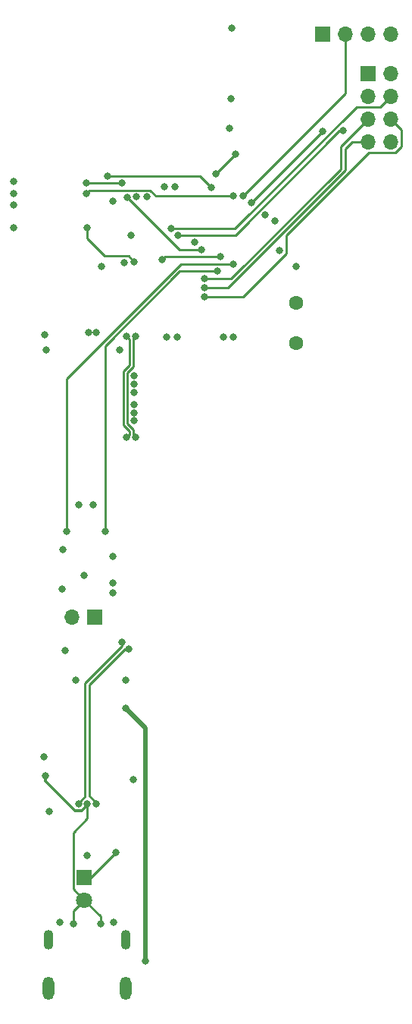
<source format=gbr>
%TF.GenerationSoftware,KiCad,Pcbnew,(5.1.7)-1*%
%TF.CreationDate,2020-11-25T00:45:14-08:00*%
%TF.ProjectId,eskate_remote,65736b61-7465-45f7-9265-6d6f74652e6b,rev?*%
%TF.SameCoordinates,Original*%
%TF.FileFunction,Copper,L4,Bot*%
%TF.FilePolarity,Positive*%
%FSLAX46Y46*%
G04 Gerber Fmt 4.6, Leading zero omitted, Abs format (unit mm)*
G04 Created by KiCad (PCBNEW (5.1.7)-1) date 2020-11-25 00:45:14*
%MOMM*%
%LPD*%
G01*
G04 APERTURE LIST*
%TA.AperFunction,ComponentPad*%
%ADD10O,1.300000X2.600000*%
%TD*%
%TA.AperFunction,ComponentPad*%
%ADD11O,1.100000X2.200000*%
%TD*%
%TA.AperFunction,ComponentPad*%
%ADD12C,1.600000*%
%TD*%
%TA.AperFunction,ComponentPad*%
%ADD13O,1.700000X1.700000*%
%TD*%
%TA.AperFunction,ComponentPad*%
%ADD14R,1.700000X1.700000*%
%TD*%
%TA.AperFunction,ComponentPad*%
%ADD15C,1.800000*%
%TD*%
%TA.AperFunction,ComponentPad*%
%ADD16R,1.800000X1.800000*%
%TD*%
%TA.AperFunction,ViaPad*%
%ADD17C,0.800000*%
%TD*%
%TA.AperFunction,Conductor*%
%ADD18C,0.250000*%
%TD*%
%TA.AperFunction,Conductor*%
%ADD19C,0.500000*%
%TD*%
%TA.AperFunction,Conductor*%
%ADD20C,0.350000*%
%TD*%
%TA.AperFunction,Conductor*%
%ADD21C,0.261112*%
%TD*%
G04 APERTURE END LIST*
D10*
%TO.P,J1,S4*%
%TO.N,N/C*%
X109920000Y-148000000D03*
%TO.P,J1,S3*%
X101280000Y-148000000D03*
D11*
%TO.P,J1,S2*%
X109920000Y-142640000D03*
%TO.P,J1,S1*%
%TO.N,Net-(J1-PadS1)*%
X101280000Y-142640000D03*
%TD*%
D12*
%TO.P,SW2,2*%
%TO.N,BTN_POWER_SELECT*%
X128950000Y-71564000D03*
%TO.P,SW2,1*%
%TO.N,GND*%
X128950000Y-76064000D03*
%TD*%
D13*
%TO.P,J5,2*%
%TO.N,Motor+*%
X103910000Y-106600000D03*
D14*
%TO.P,J5,1*%
%TO.N,Motor-*%
X106450000Y-106600000D03*
%TD*%
D13*
%TO.P,J4,4*%
%TO.N,+3V3*%
X139570000Y-41650000D03*
%TO.P,J4,3*%
%TO.N,GND*%
X137030000Y-41650000D03*
%TO.P,J4,2*%
%TO.N,DISPLAY_SCL*%
X134490000Y-41650000D03*
D14*
%TO.P,J4,1*%
%TO.N,DISPLAY_SDA*%
X131950000Y-41650000D03*
%TD*%
D13*
%TO.P,J3,8*%
%TO.N,Net-(J3-Pad8)*%
X139540000Y-53620000D03*
%TO.P,J3,7*%
%TO.N,NRF_MISO*%
X137000000Y-53620000D03*
%TO.P,J3,6*%
%TO.N,NRF_MOSI*%
X139540000Y-51080000D03*
%TO.P,J3,5*%
%TO.N,NRF_SCK*%
X137000000Y-51080000D03*
%TO.P,J3,4*%
%TO.N,NRF_CSN*%
X139540000Y-48540000D03*
%TO.P,J3,3*%
%TO.N,NRF_CE*%
X137000000Y-48540000D03*
%TO.P,J3,2*%
%TO.N,+3V3*%
X139540000Y-46000000D03*
D14*
%TO.P,J3,1*%
%TO.N,GND*%
X137000000Y-46000000D03*
%TD*%
D15*
%TO.P,D2,2*%
%TO.N,+5V*%
X105300000Y-138190000D03*
D16*
%TO.P,D2,1*%
%TO.N,Net-(D2-Pad1)*%
X105300000Y-135650000D03*
%TD*%
D17*
%TO.N,GND*%
X110500000Y-64050000D03*
%TO.N,-BATT*%
X109900000Y-113700000D03*
%TO.N,+3V3*%
X126600000Y-62400000D03*
X125500000Y-61800000D03*
%TO.N,GND*%
X105600000Y-133200000D03*
%TO.N,+5V*%
X105650000Y-127450000D03*
X104100000Y-140850000D03*
X107100000Y-140850000D03*
%TO.N,+3V3*%
X107200000Y-67550000D03*
%TO.N,GND*%
X109800000Y-67100000D03*
X102600000Y-140650000D03*
X108600000Y-140650000D03*
X105250000Y-101950000D03*
X105800000Y-74900000D03*
X106650000Y-74900000D03*
%TO.N,+3V3*%
X110850000Y-81550000D03*
X110850000Y-80650000D03*
X110850000Y-79750000D03*
X102800000Y-103500000D03*
X100900000Y-75100000D03*
X109250000Y-76850000D03*
X104700000Y-94100000D03*
X106250000Y-94100000D03*
X102900000Y-99100000D03*
X108500000Y-103950000D03*
X112300000Y-59750000D03*
X114250000Y-58600000D03*
X128950000Y-67520000D03*
X115700000Y-75410000D03*
X121990000Y-75390000D03*
X97400000Y-58070000D03*
X121710000Y-48770000D03*
%TO.N,GND*%
X110900000Y-82950000D03*
X110900000Y-83850000D03*
X110900000Y-84750000D03*
X101050000Y-76850000D03*
X108500000Y-99850000D03*
X108500000Y-102800000D03*
X103150000Y-110350000D03*
X104300000Y-113650000D03*
X101350000Y-128300000D03*
X110750000Y-124750000D03*
X100800000Y-122200000D03*
X108450000Y-60250000D03*
X111150000Y-59750000D03*
X115400000Y-58600000D03*
X127150000Y-65750000D03*
X121500000Y-52100000D03*
X114540000Y-75400000D03*
X120840000Y-75410000D03*
X97370000Y-63170000D03*
X97400000Y-60650000D03*
X97400000Y-59360000D03*
X121740000Y-40940000D03*
X117660000Y-64840000D03*
%TO.N,BTN_POWER_SELECT*%
X114000000Y-66750000D03*
X120550000Y-66400000D03*
%TO.N,-BATT*%
X109900000Y-116800000D03*
X112100000Y-144950000D03*
%TO.N,+5V*%
X100950000Y-124300000D03*
%TO.N,NRST*%
X110860000Y-67000000D03*
X105610000Y-63180000D03*
%TO.N,Net-(D2-Pad1)*%
X108850000Y-132850000D03*
%TO.N,SWDIO*%
X118413329Y-65673325D03*
X110130000Y-59840000D03*
X109470000Y-58200000D03*
X105550000Y-58190000D03*
%TO.N,SWCLK*%
X121960000Y-59660000D03*
X105540000Y-59380000D03*
%TO.N,SWO*%
X119497653Y-58707653D03*
X107920000Y-57470000D03*
%TO.N,NRF_CE*%
X115732795Y-64025000D03*
X134250000Y-52390000D03*
%TO.N,NRF_CSN*%
X115000000Y-63300000D03*
%TO.N,NRF_SCK*%
X118750000Y-68899994D03*
%TO.N,NRF_MOSI*%
X118750000Y-70900000D03*
%TO.N,NRF_MISO*%
X118750000Y-69899997D03*
%TO.N,DISPLAY_SDA*%
X124000000Y-60370000D03*
X131940000Y-52420000D03*
%TO.N,DISPLAY_SCL*%
X123050000Y-59630000D03*
%TO.N,Net-(R1-Pad1)*%
X120010000Y-57170000D03*
X122170000Y-55000000D03*
%TO.N,USB_D+*%
X104650000Y-127450000D03*
X109545315Y-109445315D03*
X110048400Y-86600000D03*
X110048400Y-75350000D03*
%TO.N,HAPTIC_SDA*%
X103350000Y-97100000D03*
X121950000Y-67250000D03*
%TO.N,HAPTIC_SCL*%
X107600000Y-97100000D03*
X120150000Y-68050000D03*
%TO.N,USB_D-*%
X106650000Y-127450000D03*
X111051600Y-86600000D03*
X111051600Y-75350000D03*
X110254685Y-110154685D03*
%TD*%
D18*
%TO.N,BTN_POWER_SELECT*%
X114350000Y-66400000D02*
X114000000Y-66750000D01*
X120550000Y-66400000D02*
X114350000Y-66400000D01*
D19*
%TO.N,-BATT*%
X112100000Y-119000000D02*
X112100000Y-144950000D01*
X109900000Y-116800000D02*
X112100000Y-119000000D01*
D18*
%TO.N,+5V*%
X104100000Y-139390000D02*
X105300000Y-138190000D01*
X104100000Y-140850000D02*
X104100000Y-139390000D01*
X107100000Y-139990000D02*
X105300000Y-138190000D01*
X107100000Y-140850000D02*
X107100000Y-139990000D01*
X104074999Y-136964999D02*
X104074999Y-130675001D01*
X105300000Y-138190000D02*
X104074999Y-136964999D01*
X105650000Y-129100000D02*
X105650000Y-127450000D01*
X104074999Y-130675001D02*
X105650000Y-129100000D01*
D20*
X105650000Y-127597002D02*
X105650000Y-127450000D01*
X105022001Y-128225001D02*
X105650000Y-127597002D01*
X104277999Y-128225001D02*
X105022001Y-128225001D01*
X100950000Y-124897002D02*
X104277999Y-128225001D01*
X100950000Y-124300000D02*
X100950000Y-124897002D01*
D18*
%TO.N,NRST*%
X110234999Y-66374999D02*
X107564999Y-66374999D01*
X110860000Y-67000000D02*
X110234999Y-66374999D01*
X105610000Y-64420000D02*
X105610000Y-63180000D01*
X107564999Y-66374999D02*
X105610000Y-64420000D01*
%TO.N,Net-(D2-Pad1)*%
X106050000Y-135650000D02*
X108850000Y-132850000D01*
X105300000Y-135650000D02*
X106050000Y-135650000D01*
%TO.N,SWDIO*%
X115963325Y-65673325D02*
X110130000Y-59840000D01*
X118413329Y-65673325D02*
X115963325Y-65673325D01*
X105560000Y-58200000D02*
X105550000Y-58190000D01*
X109470000Y-58200000D02*
X105560000Y-58200000D01*
%TO.N,SWCLK*%
X105895001Y-59024999D02*
X105540000Y-59380000D01*
X112648001Y-59024999D02*
X105895001Y-59024999D01*
X113283002Y-59660000D02*
X112648001Y-59024999D01*
X121960000Y-59660000D02*
X113283002Y-59660000D01*
%TO.N,SWO*%
X118260000Y-57470000D02*
X107920000Y-57470000D01*
X119497653Y-58707653D02*
X118260000Y-57470000D01*
%TO.N,NRF_CE*%
X122201998Y-64025000D02*
X133836998Y-52390000D01*
X133836998Y-52390000D02*
X134250000Y-52390000D01*
X115732795Y-64025000D02*
X122201998Y-64025000D01*
%TO.N,NRF_CSN*%
X138364999Y-49715001D02*
X139540000Y-48540000D01*
X135728001Y-49715001D02*
X138364999Y-49715001D01*
X122143002Y-63300000D02*
X135728001Y-49715001D01*
X115000000Y-63300000D02*
X122143002Y-63300000D01*
%TO.N,NRF_SCK*%
X121723008Y-68899994D02*
X133950000Y-56673002D01*
X118750000Y-68899994D02*
X121723008Y-68899994D01*
X133950000Y-54130000D02*
X137000000Y-51080000D01*
X133950000Y-56673002D02*
X133950000Y-54130000D01*
%TO.N,NRF_MOSI*%
X140715001Y-52255001D02*
X139540000Y-51080000D01*
X140104001Y-54795001D02*
X140715001Y-54184001D01*
X127875001Y-64020821D02*
X137100821Y-54795001D01*
X127875001Y-66098001D02*
X127875001Y-64020821D01*
X140715001Y-54184001D02*
X140715001Y-52255001D01*
X137100821Y-54795001D02*
X140104001Y-54795001D01*
X123073002Y-70900000D02*
X127875001Y-66098001D01*
X118750000Y-70900000D02*
X123073002Y-70900000D01*
%TO.N,NRF_MISO*%
X121359415Y-69899997D02*
X134450000Y-56809412D01*
X118750000Y-69899997D02*
X121359415Y-69899997D01*
X134450000Y-56809412D02*
X134450000Y-54400000D01*
X135230000Y-53620000D02*
X137000000Y-53620000D01*
X134450000Y-54400000D02*
X135230000Y-53620000D01*
%TO.N,DISPLAY_SDA*%
X131940000Y-52430000D02*
X131940000Y-52420000D01*
X124000000Y-60370000D02*
X131940000Y-52430000D01*
%TO.N,DISPLAY_SCL*%
X123050000Y-59630000D02*
X134500000Y-48180000D01*
X134500000Y-41660000D02*
X134490000Y-41650000D01*
X134500000Y-48180000D02*
X134500000Y-41660000D01*
%TO.N,Net-(R1-Pad1)*%
X122170000Y-55010000D02*
X122170000Y-55000000D01*
X120010000Y-57170000D02*
X122170000Y-55010000D01*
D21*
%TO.N,USB_D+*%
X109655140Y-79207012D02*
X110317844Y-78544308D01*
X110048400Y-86600000D02*
X110317844Y-86330556D01*
X109655140Y-85242988D02*
X109655140Y-79207012D01*
X110317844Y-75619444D02*
X110048400Y-75350000D01*
X110317844Y-86330556D02*
X110317844Y-85905692D01*
X110317844Y-85905692D02*
X109655140Y-85242988D01*
X110317844Y-78544308D02*
X110317844Y-75619444D01*
X109520947Y-109850734D02*
X109520947Y-109802490D01*
X109520947Y-109802490D02*
X109545315Y-109778122D01*
X105367844Y-126650931D02*
X105367844Y-114003837D01*
X104919443Y-127180557D02*
X104919443Y-127099332D01*
X104650000Y-127450000D02*
X104919443Y-127180557D01*
X105367844Y-114003837D02*
X109520947Y-109850734D01*
X104919443Y-127099332D02*
X105367844Y-126650931D01*
X109545315Y-109778122D02*
X109545315Y-109445315D01*
D18*
%TO.N,HAPTIC_SDA*%
X116113590Y-67250000D02*
X121950000Y-67250000D01*
X103350000Y-80013590D02*
X116113590Y-67250000D01*
X103350000Y-97100000D02*
X103350000Y-80013590D01*
%TO.N,HAPTIC_SCL*%
X107600000Y-97100000D02*
X107600000Y-76400000D01*
X115950000Y-68050000D02*
X120150000Y-68050000D01*
X107600000Y-76400000D02*
X115950000Y-68050000D01*
D21*
%TO.N,USB_D-*%
X110782156Y-86330556D02*
X110782156Y-85713381D01*
X110119443Y-85050668D02*
X110119443Y-79399332D01*
X111051600Y-86600000D02*
X110782156Y-86330556D01*
X110782156Y-78736619D02*
X110782156Y-75619444D01*
X110782156Y-85713381D02*
X110119443Y-85050668D01*
X110119443Y-79399332D02*
X110782156Y-78736619D01*
X110782156Y-75619444D02*
X111051600Y-75350000D01*
X106550000Y-127450000D02*
X106380557Y-127280557D01*
X106380557Y-127099332D02*
X105832156Y-126550931D01*
X109897510Y-110179053D02*
X109921878Y-110154685D01*
X105832156Y-114196163D02*
X109849266Y-110179053D01*
X109849266Y-110179053D02*
X109897510Y-110179053D01*
X105832156Y-126550931D02*
X105832156Y-114196163D01*
X109921878Y-110154685D02*
X110254685Y-110154685D01*
X106380557Y-127280557D02*
X106380557Y-127099332D01*
%TD*%
M02*

</source>
